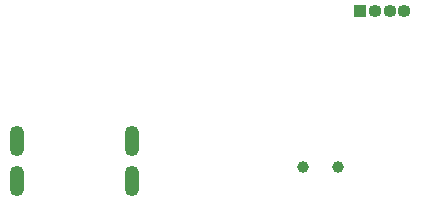
<source format=gbs>
G04 #@! TF.GenerationSoftware,KiCad,Pcbnew,(5.1.6)-1*
G04 #@! TF.CreationDate,2021-01-06T20:51:57+08:00*
G04 #@! TF.ProjectId,main_V1.0,6d61696e-5f56-4312-9e30-2e6b69636164,rev?*
G04 #@! TF.SameCoordinates,Original*
G04 #@! TF.FileFunction,Soldermask,Bot*
G04 #@! TF.FilePolarity,Negative*
%FSLAX46Y46*%
G04 Gerber Fmt 4.6, Leading zero omitted, Abs format (unit mm)*
G04 Created by KiCad (PCBNEW (5.1.6)-1) date 2021-01-06 20:51:57*
%MOMM*%
%LPD*%
G01*
G04 APERTURE LIST*
%ADD10O,1.250000X2.600000*%
%ADD11C,1.000000*%
%ADD12O,1.100000X1.100000*%
%ADD13R,1.100000X1.100000*%
G04 APERTURE END LIST*
D10*
X57618500Y-29519800D03*
X57618500Y-32869800D03*
X47918500Y-29519800D03*
X47918500Y-32869800D03*
D11*
X75083800Y-31680400D03*
X72083800Y-31680400D03*
D12*
X80681200Y-18503900D03*
X79431200Y-18503900D03*
X78181200Y-18503900D03*
D13*
X76931200Y-18503900D03*
M02*

</source>
